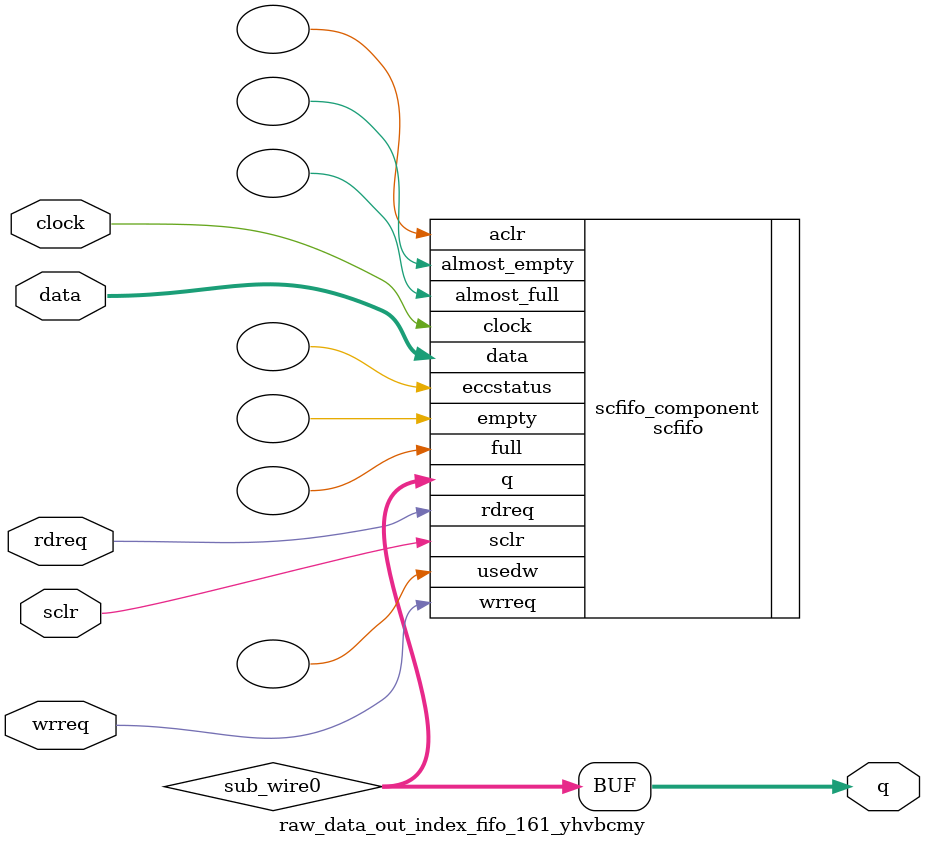
<source format=v>



`timescale 1 ps / 1 ps
// synopsys translate_on
module  raw_data_out_index_fifo_161_yhvbcmy  (
    clock,
    data,
    rdreq,
    sclr,
    wrreq,
    q);

    input    clock;
    input  [9:0]  data;
    input    rdreq;
    input    sclr;
    input    wrreq;
    output [9:0]  q;

    wire [9:0] sub_wire0;
    wire [9:0] q = sub_wire0[9:0];

    scfifo  scfifo_component (
                .clock (clock),
                .data (data),
                .rdreq (rdreq),
                .sclr (sclr),
                .wrreq (wrreq),
                .q (sub_wire0),
                .aclr (),
                .almost_empty (),
                .almost_full (),
                .eccstatus (),
                .empty (),
                .full (),
                .usedw ());
    defparam
        scfifo_component.add_ram_output_register  = "ON",
        scfifo_component.enable_ecc  = "FALSE",
        scfifo_component.intended_device_family  = "Arria 10",
        scfifo_component.lpm_numwords  = 4096,
        scfifo_component.lpm_showahead  = "OFF",
        scfifo_component.lpm_type  = "scfifo",
        scfifo_component.lpm_width  = 10,
        scfifo_component.lpm_widthu  = 12,
        scfifo_component.overflow_checking  = "ON",
        scfifo_component.underflow_checking  = "ON",
        scfifo_component.use_eab  = "ON";


endmodule



</source>
